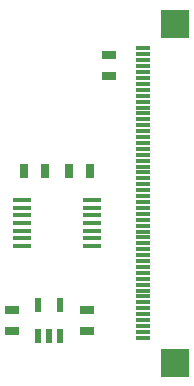
<source format=gtp>
G75*
G70*
%OFA0B0*%
%FSLAX24Y24*%
%IPPOS*%
%LPD*%
%AMOC8*
5,1,8,0,0,1.08239X$1,22.5*
%
%ADD10R,0.0472X0.0117*%
%ADD11R,0.0945X0.0945*%
%ADD12R,0.0217X0.0472*%
%ADD13R,0.0472X0.0315*%
%ADD14R,0.0630X0.0157*%
%ADD15R,0.0315X0.0472*%
D10*
X007977Y005630D03*
X007977Y005827D03*
X007977Y006024D03*
X007977Y006221D03*
X007977Y006418D03*
X007977Y006614D03*
X007977Y006811D03*
X007977Y007008D03*
X007977Y007205D03*
X007977Y007402D03*
X007977Y007599D03*
X007977Y007796D03*
X007977Y007992D03*
X007977Y008189D03*
X007977Y008386D03*
X007977Y008583D03*
X007977Y008780D03*
X007977Y008977D03*
X007977Y009174D03*
X007977Y009370D03*
X007977Y009567D03*
X007977Y009764D03*
X007977Y009961D03*
X007977Y010158D03*
X007977Y010355D03*
X007977Y010551D03*
X007977Y010748D03*
X007977Y010945D03*
X007977Y011142D03*
X007977Y011339D03*
X007977Y011536D03*
X007977Y011733D03*
X007977Y011929D03*
X007977Y012126D03*
X007977Y012323D03*
X007977Y012520D03*
X007977Y012717D03*
X007977Y012914D03*
X007977Y013111D03*
X007977Y013307D03*
X007977Y013504D03*
X007977Y013701D03*
X007977Y013898D03*
X007977Y014095D03*
X007977Y014292D03*
X007977Y014489D03*
X007977Y014685D03*
X007977Y014882D03*
X007977Y015079D03*
X007977Y015276D03*
D11*
X009040Y016103D03*
X009040Y004803D03*
D12*
X005219Y005691D03*
X004845Y005691D03*
X004471Y005691D03*
X004471Y006715D03*
X005219Y006715D03*
D13*
X003595Y005849D03*
X003595Y006557D03*
X006095Y006557D03*
X006095Y005849D03*
X006845Y014349D03*
X006845Y015057D03*
D14*
X006256Y010221D03*
X006256Y009965D03*
X006256Y009709D03*
X006256Y009453D03*
X006256Y009197D03*
X006256Y008941D03*
X006256Y008685D03*
X003933Y008685D03*
X003933Y008941D03*
X003933Y009197D03*
X003933Y009453D03*
X003933Y009709D03*
X003933Y009965D03*
X003933Y010221D03*
D15*
X003990Y011203D03*
X004699Y011203D03*
X005490Y011203D03*
X006199Y011203D03*
M02*

</source>
